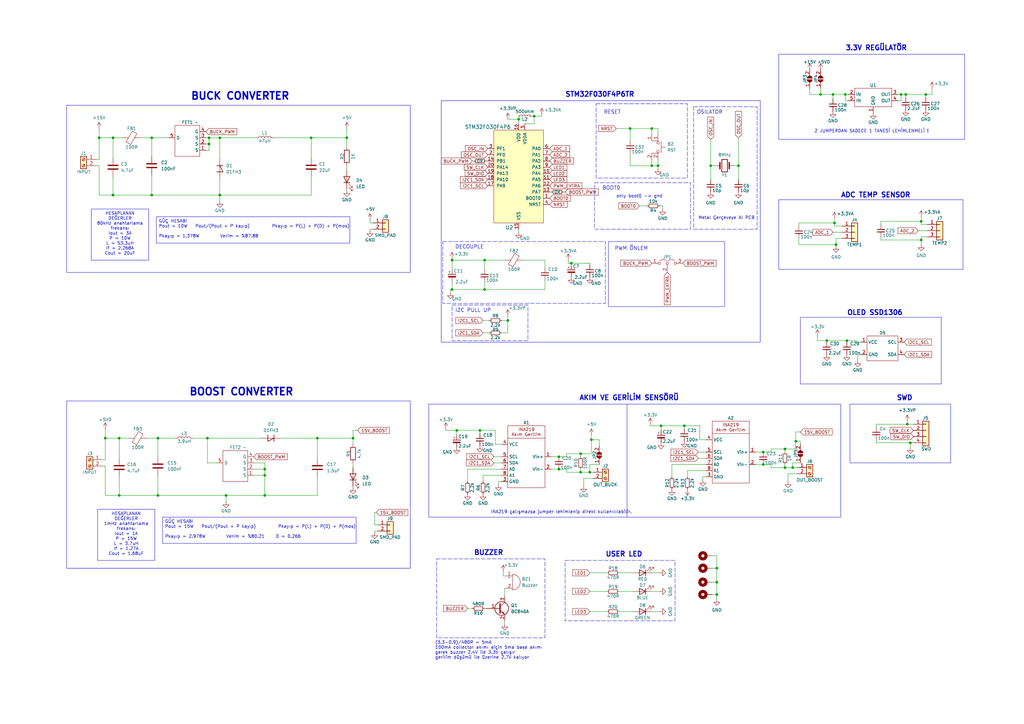
<source format=kicad_sch>
(kicad_sch (version 20230121) (generator eeschema)
  (paper "A3")
  (title_block (title "BUCK BOOST CONVERTER 10W %90") (date "2024-03-14") (rev "V1") (company "MHI DESIGN"))
  (junction (at 336.55 38.735))
  (junction (at 271.145 174.625))
  (junction (at 294.005 238.76))
  (junction (at 269.875 67.945))
  (junction (at 229.235 187.325))
  (junction (at 85.09 179.705))
  (junction (at 142.24 56.515))
  (junction (at 294.005 243.84))
  (junction (at 373.38 181.61))
  (junction (at 187.325 176.53))
  (junction (at 321.945 191.77))
  (junction (at 43.18 179.705))
  (junction (at 64.77 203.2))
  (junction (at 46.355 80.01))
  (junction (at 346.71 38.735))
  (junction (at 369.57 38.735))
  (junction (at 238.125 186.055))
  (junction (at 321.945 184.15))
  (junction (at 40.64 56.515))
  (junction (at 92.71 203.2))
  (junction (at 325.12 191.77))
  (junction (at 258.445 52.705))
  (junction (at 238.125 193.675))
  (junction (at 313.055 190.5))
  (junction (at 127.635 56.515))
  (junction (at 108.585 194.945))
  (junction (at 85.725 56.515))
  (junction (at 90.17 56.515))
  (junction (at 241.935 193.675))
  (junction (at 219.075 47.625))
  (junction (at 229.235 192.405))
  (junction (at 342.265 91.44))
  (junction (at 48.895 179.705))
  (junction (at 313.055 185.42))
  (junction (at 90.17 80.01))
  (junction (at 377.825 90.805))
  (junction (at 242.57 180.34))
  (junction (at 342.9 100.33))
  (junction (at 326.39 180.975))
  (junction (at 185.42 106.68))
  (junction (at 294.005 233.045))
  (junction (at 379.73 38.735))
  (junction (at 198.755 106.68))
  (junction (at 291.465 67.945))
  (junction (at 212.725 48.895))
  (junction (at 377.825 98.425))
  (junction (at 196.85 176.53))
  (junction (at 46.355 56.515))
  (junction (at 371.475 38.735))
  (junction (at 234.315 107.95))
  (junction (at 372.11 173.99))
  (junction (at 64.77 179.705))
  (junction (at 339.09 139.7))
  (junction (at 85.725 59.055))
  (junction (at 108.585 203.2))
  (junction (at 185.42 118.745))
  (junction (at 62.23 56.515))
  (junction (at 267.335 67.945))
  (junction (at 48.895 203.2))
  (junction (at 108.585 192.405))
  (junction (at 198.755 118.745))
  (junction (at 130.175 179.705))
  (junction (at 144.78 179.705))
  (junction (at 267.335 52.705))
  (junction (at 347.345 139.7))
  (junction (at 302.895 67.945))
  (junction (at 62.23 80.01))
  (junction (at 280.67 174.625))
  (junction (at 208.28 131.445))
  (junction (at 341.63 38.735))
  (wire (pts (xy 207.01 106.68) (xy 198.755 106.68)))
  (wire (pts (xy 266.7 173.99) (xy 266.7 174.625)))
  (wire (pts (xy 266.7 174.625) (xy 271.145 174.625)))
  (wire (pts (xy 207.01 244.475) (xy 207.01 241.3)))
  (wire (pts (xy 185.42 118.745) (xy 198.755 118.745)))
  (wire (pts (xy 332.105 38.735) (xy 336.55 38.735)))
  (wire (pts (xy 205.74 131.445) (xy 208.28 131.445)))
  (wire (pts (xy 267.335 65.405) (xy 267.335 67.945)))
  (wire (pts (xy 374.65 173.99) (xy 372.11 173.99)))
  (wire (pts (xy 241.935 242.57) (xy 248.92 242.57)))
  (wire (pts (xy 204.47 197.485) (xy 204.47 198.755)))
  (wire (pts (xy 43.18 175.895) (xy 43.18 179.705)))
  (wire (pts (xy 153.035 93.98) (xy 151.765 93.98)))
  (wire (pts (xy 292.1 238.76) (xy 294.005 238.76)))
  (wire (pts (xy 151.765 93.98) (xy 151.765 94.615)))
  (wire (pts (xy 379.73 40.005) (xy 379.73 38.735)))
  (wire (pts (xy 84.455 56.515) (xy 85.725 56.515)))
  (wire (pts (xy 300.99 67.945) (xy 302.895 67.945)))
  (wire (pts (xy 127.635 56.515) (xy 142.24 56.515)))
  (wire (pts (xy 327.66 100.33) (xy 342.9 100.33)))
  (wire (pts (xy 207.645 236.22) (xy 206.375 236.22)))
  (wire (pts (xy 182.88 176.53) (xy 187.325 176.53)))
  (wire (pts (xy 196.85 176.53) (xy 196.85 177.8)))
  (wire (pts (xy 85.725 56.515) (xy 90.17 56.515)))
  (wire (pts (xy 185.42 106.68) (xy 198.755 106.68)))
  (wire (pts (xy 269.875 67.945) (xy 269.875 69.215)))
  (wire (pts (xy 108.585 189.865) (xy 108.585 192.405)))
  (wire (pts (xy 48.895 195.58) (xy 48.895 203.2)))
  (wire (pts (xy 130.175 195.58) (xy 130.175 203.2)))
  (wire (pts (xy 292.1 233.045) (xy 294.005 233.045)))
  (wire (pts (xy 327.66 91.44) (xy 327.66 92.71)))
  (wire (pts (xy 90.17 73.025) (xy 90.17 80.01)))
  (wire (pts (xy 342.265 89.535) (xy 342.265 91.44)))
  (wire (pts (xy 347.345 139.7) (xy 351.155 139.7)))
  (wire (pts (xy 326.39 180.975) (xy 328.295 180.975)))
  (wire (pts (xy 287.02 174.625) (xy 287.02 180.34)))
  (wire (pts (xy 286.385 185.42) (xy 289.56 185.42)))
  (wire (pts (xy 52.705 179.705) (xy 48.895 179.705)))
  (wire (pts (xy 146.685 176.53) (xy 144.78 176.53)))
  (wire (pts (xy 241.935 193.675) (xy 243.205 193.675)))
  (wire (pts (xy 43.18 191.135) (xy 43.18 203.2)))
  (wire (pts (xy 219.075 50.8) (xy 219.075 47.625)))
  (wire (pts (xy 359.41 173.99) (xy 372.11 173.99)))
  (wire (pts (xy 267.335 52.705) (xy 267.335 55.245)))
  (wire (pts (xy 85.09 179.705) (xy 85.09 189.865)))
  (wire (pts (xy 291.465 57.15) (xy 291.465 67.945)))
  (wire (pts (xy 351.155 140.335) (xy 353.06 140.335)))
  (wire (pts (xy 289.56 195.58) (xy 288.29 195.58)))
  (wire (pts (xy 108.585 194.945) (xy 108.585 203.2)))
  (wire (pts (xy 182.88 175.895) (xy 182.88 176.53)))
  (wire (pts (xy 212.725 47.625) (xy 212.725 48.895)))
  (wire (pts (xy 239.395 196.215) (xy 243.205 196.215)))
  (wire (pts (xy 154.305 210.185) (xy 153.67 210.185)))
  (wire (pts (xy 144.78 200.025) (xy 144.78 199.39)))
  (wire (pts (xy 239.395 196.215) (xy 239.395 199.39)))
  (wire (pts (xy 226.06 192.405) (xy 229.235 192.405)))
  (wire (pts (xy 345.44 92.71) (xy 342.265 92.71)))
  (wire (pts (xy 359.41 180.34) (xy 359.41 181.61)))
  (wire (pts (xy 361.315 98.425) (xy 377.825 98.425)))
  (wire (pts (xy 185.42 106.68) (xy 185.42 106.045)))
  (wire (pts (xy 238.125 193.675) (xy 232.41 193.675)))
  (wire (pts (xy 215.265 50.8) (xy 219.075 50.8)))
  (wire (pts (xy 233.045 106.68) (xy 233.045 107.95)))
  (wire (pts (xy 142.24 78.105) (xy 142.24 77.47)))
  (wire (pts (xy 234.315 107.95) (xy 241.935 107.95)))
  (wire (pts (xy 191.77 249.555) (xy 193.675 249.555)))
  (wire (pts (xy 267.335 234.95) (xy 270.51 234.95)))
  (wire (pts (xy 198.12 131.445) (xy 200.66 131.445)))
  (wire (pts (xy 144.78 176.53) (xy 144.78 179.705)))
  (wire (pts (xy 214.63 106.68) (xy 223.52 106.68)))
  (wire (pts (xy 92.71 205.74) (xy 92.71 203.2)))
  (wire (pts (xy 321.945 191.77) (xy 325.12 191.77)))
  (wire (pts (xy 321.945 184.15) (xy 326.39 184.15)))
  (wire (pts (xy 62.23 80.01) (xy 46.355 80.01)))
  (wire (pts (xy 202.565 187.325) (xy 205.74 187.325)))
  (wire (pts (xy 313.055 190.5) (xy 316.23 190.5)))
  (wire (pts (xy 202.565 189.865) (xy 205.74 189.865)))
  (wire (pts (xy 328.295 182.245) (xy 328.295 180.975)))
  (wire (pts (xy 144.78 189.865) (xy 144.78 191.77)))
  (wire (pts (xy 130.175 179.705) (xy 130.175 187.96)))
  (wire (pts (xy 104.14 194.945) (xy 108.585 194.945)))
  (wire (pts (xy 339.09 139.7) (xy 347.345 139.7)))
  (wire (pts (xy 262.255 84.455) (xy 265.43 84.455)))
  (wire (pts (xy 359.41 181.61) (xy 373.38 181.61)))
  (wire (pts (xy 184.785 120.015) (xy 184.785 118.745)))
  (wire (pts (xy 269.875 52.705) (xy 269.875 55.245)))
  (wire (pts (xy 321.945 184.15) (xy 316.23 184.15)))
  (wire (pts (xy 40.64 56.515) (xy 40.64 65.405)))
  (wire (pts (xy 64.77 179.705) (xy 64.77 187.325)))
  (wire (pts (xy 64.77 179.705) (xy 71.755 179.705)))
  (wire (pts (xy 328.295 189.865) (xy 325.12 189.865)))
  (wire (pts (xy 380.365 97.155) (xy 377.825 97.155)))
  (wire (pts (xy 207.01 241.3) (xy 207.645 241.3)))
  (wire (pts (xy 193.675 66.04) (xy 194.31 66.04)))
  (wire (pts (xy 313.055 185.42) (xy 316.23 185.42)))
  (wire (pts (xy 292.1 243.84) (xy 294.005 243.84)))
  (wire (pts (xy 85.09 179.705) (xy 107.315 179.705)))
  (wire (pts (xy 327.66 91.44) (xy 342.265 91.44)))
  (wire (pts (xy 85.725 61.595) (xy 85.725 59.055)))
  (wire (pts (xy 267.335 242.57) (xy 270.51 242.57)))
  (wire (pts (xy 43.18 179.705) (xy 43.18 188.595)))
  (wire (pts (xy 46.355 56.515) (xy 46.355 64.77)))
  (wire (pts (xy 231.775 78.74) (xy 231.14 78.74)))
  (wire (pts (xy 373.38 181.61) (xy 373.38 183.515)))
  (wire (pts (xy 275.59 190.5) (xy 275.59 195.58)))
  (wire (pts (xy 377.825 97.155) (xy 377.825 98.425)))
  (wire (pts (xy 347.345 139.7) (xy 347.345 140.335)))
  (wire (pts (xy 79.375 179.705) (xy 85.09 179.705)))
  (wire (pts (xy 374.65 181.61) (xy 373.38 181.61)))
  (wire (pts (xy 238.125 186.055) (xy 242.57 186.055)))
  (wire (pts (xy 361.315 92.075) (xy 361.315 90.805)))
  (wire (pts (xy 127.635 56.515) (xy 127.635 64.77)))
  (wire (pts (xy 254 242.57) (xy 259.715 242.57)))
  (wire (pts (xy 258.445 67.945) (xy 267.335 67.945)))
  (wire (pts (xy 323.215 194.31) (xy 327.025 194.31)))
  (wire (pts (xy 377.825 92.075) (xy 380.365 92.075)))
  (wire (pts (xy 185.42 106.68) (xy 185.42 110.49)))
  (wire (pts (xy 361.315 97.155) (xy 361.315 98.425)))
  (wire (pts (xy 335.28 137.795) (xy 335.28 139.7)))
  (wire (pts (xy 142.24 52.705) (xy 142.24 56.515)))
  (wire (pts (xy 92.71 203.2) (xy 64.77 203.2)))
  (wire (pts (xy 43.18 191.135) (xy 41.91 191.135)))
  (wire (pts (xy 294.005 233.045) (xy 294.005 238.76)))
  (wire (pts (xy 39.37 65.405) (xy 40.64 65.405)))
  (wire (pts (xy 341.63 40.64) (xy 341.63 38.735)))
  (wire (pts (xy 222.25 46.99) (xy 222.25 47.625)))
  (wire (pts (xy 142.24 67.945) (xy 142.24 69.85)))
  (wire (pts (xy 258.445 67.945) (xy 258.445 62.865)))
  (wire (pts (xy 368.3 38.735) (xy 369.57 38.735)))
  (wire (pts (xy 271.145 174.625) (xy 280.67 174.625)))
  (wire (pts (xy 332.105 36.195) (xy 332.105 38.735)))
  (wire (pts (xy 199.39 66.04) (xy 200.025 66.04)))
  (wire (pts (xy 64.77 203.2) (xy 48.895 203.2)))
  (wire (pts (xy 203.2 176.53) (xy 203.2 182.245)))
  (wire (pts (xy 361.315 90.805) (xy 377.825 90.805)))
  (wire (pts (xy 238.125 193.675) (xy 241.935 193.675)))
  (wire (pts (xy 153.035 91.44) (xy 151.765 91.44)))
  (wire (pts (xy 316.23 184.15) (xy 316.23 185.42)))
  (wire (pts (xy 359.41 173.99) (xy 359.41 175.26)))
  (wire (pts (xy 369.57 38.735) (xy 371.475 38.735)))
  (wire (pts (xy 154.94 215.265) (xy 153.67 215.265)))
  (wire (pts (xy 280.67 174.625) (xy 280.67 175.895)))
  (wire (pts (xy 64.77 194.945) (xy 64.77 203.2)))
  (wire (pts (xy 206.375 236.22) (xy 206.375 234.315)))
  (wire (pts (xy 144.78 179.705) (xy 130.175 179.705)))
  (wire (pts (xy 287.02 180.34) (xy 289.56 180.34)))
  (wire (pts (xy 212.725 48.895) (xy 212.725 50.8)))
  (wire (pts (xy 271.78 85.725) (xy 271.78 84.455)))
  (wire (pts (xy 233.045 107.95) (xy 234.315 107.95)))
  (wire (pts (xy 40.64 67.945) (xy 39.37 67.945)))
  (wire (pts (xy 62.23 56.515) (xy 69.215 56.515)))
  (wire (pts (xy 258.445 52.705) (xy 258.445 57.785)))
  (wire (pts (xy 241.935 250.825) (xy 248.92 250.825)))
  (wire (pts (xy 336.55 36.195) (xy 336.55 38.735)))
  (wire (pts (xy 325.12 191.77) (xy 327.025 191.77)))
  (wire (pts (xy 208.28 136.525) (xy 205.74 136.525)))
  (wire (pts (xy 245.745 190.5) (xy 241.935 190.5)))
  (wire (pts (xy 241.935 234.95) (xy 248.92 234.95)))
  (wire (pts (xy 372.11 173.99) (xy 372.11 172.72)))
  (wire (pts (xy 335.28 139.7) (xy 339.09 139.7)))
  (wire (pts (xy 271.145 174.625) (xy 271.145 176.53)))
  (wire (pts (xy 294.005 227.965) (xy 294.005 233.045)))
  (wire (pts (xy 238.125 192.405) (xy 238.125 193.675)))
  (wire (pts (xy 269.875 67.945) (xy 267.335 67.945)))
  (wire (pts (xy 90.17 80.01) (xy 62.23 80.01)))
  (wire (pts (xy 289.56 190.5) (xy 275.59 190.5)))
  (wire (pts (xy 289.56 193.04) (xy 281.94 193.04)))
  (wire (pts (xy 208.28 48.895) (xy 212.725 48.895)))
  (wire (pts (xy 48.895 203.2) (xy 43.18 203.2)))
  (wire (pts (xy 112.395 56.515) (xy 127.635 56.515)))
  (wire (pts (xy 198.12 136.525) (xy 200.66 136.525)))
  (wire (pts (xy 342.9 100.33) (xy 342.9 100.965)))
  (wire (pts (xy 198.755 115.57) (xy 198.755 118.745)))
  (wire (pts (xy 341.63 38.735) (xy 346.71 38.735)))
  (wire (pts (xy 88.9 189.865) (xy 85.09 189.865)))
  (wire (pts (xy 104.14 192.405) (xy 108.585 192.405)))
  (wire (pts (xy 205.74 194.945) (xy 198.12 194.945)))
  (wire (pts (xy 258.445 52.705) (xy 267.335 52.705)))
  (wire (pts (xy 104.14 189.865) (xy 108.585 189.865)))
  (wire (pts (xy 222.25 47.625) (xy 219.075 47.625)))
  (wire (pts (xy 351.79 145.415) (xy 351.79 147.955)))
  (wire (pts (xy 205.74 197.485) (xy 204.47 197.485)))
  (wire (pts (xy 187.325 176.53) (xy 187.325 178.435)))
  (wire (pts (xy 382.27 36.195) (xy 382.27 38.735)))
  (wire (pts (xy 84.455 61.595) (xy 85.725 61.595)))
  (wire (pts (xy 291.465 67.945) (xy 291.465 73.66)))
  (wire (pts (xy 207.01 255.905) (xy 207.01 254.635)))
  (wire (pts (xy 223.52 109.855) (xy 223.52 106.68)))
  (wire (pts (xy 108.585 203.2) (xy 92.71 203.2)))
  (wire (pts (xy 226.06 78.74) (xy 225.425 78.74)))
  (wire (pts (xy 198.755 118.745) (xy 223.52 118.745)))
  (wire (pts (xy 226.06 187.325) (xy 229.235 187.325)))
  (wire (pts (xy 376.555 94.615) (xy 380.365 94.615)))
  (wire (pts (xy 208.28 129.54) (xy 208.28 131.445)))
  (wire (pts (xy 339.09 139.7) (xy 339.09 140.335)))
  (wire (pts (xy 229.235 192.405) (xy 232.41 192.405)))
  (wire (pts (xy 153.67 217.805) (xy 153.67 218.44)))
  (wire (pts (xy 254 234.95) (xy 259.715 234.95)))
  (wire (pts (xy 184.785 118.745) (xy 185.42 118.745)))
  (wire (pts (xy 294.005 238.76) (xy 294.005 243.84)))
  (wire (pts (xy 90.17 82.55) (xy 90.17 80.01)))
  (wire (pts (xy 377.825 88.9) (xy 377.825 90.805)))
  (wire (pts (xy 198.755 249.555) (xy 199.39 249.555)))
  (wire (pts (xy 62.23 71.755) (xy 62.23 80.01)))
  (wire (pts (xy 234.315 107.95) (xy 234.315 108.585)))
  (wire (pts (xy 353.06 145.415) (xy 351.79 145.415)))
  (wire (pts (xy 232.41 186.055) (xy 232.41 187.325)))
  (wire (pts (xy 48.895 179.705) (xy 48.895 187.96)))
  (wire (pts (xy 245.745 182.88) (xy 245.745 180.34)))
  (wire (pts (xy 208.28 131.445) (xy 208.28 136.525)))
  (wire (pts (xy 212.725 95.25) (xy 212.725 93.98)))
  (wire (pts (xy 127.635 80.01) (xy 90.17 80.01)))
  (wire (pts (xy 50.165 56.515) (xy 46.355 56.515)))
  (wire (pts (xy 252.73 52.705) (xy 258.445 52.705)))
  (wire (pts (xy 241.935 107.95) (xy 241.935 108.585)))
  (wire (pts (xy 345.44 97.79) (xy 342.9 97.79)))
  (wire (pts (xy 377.825 90.805) (xy 377.825 92.075)))
  (wire (pts (xy 205.74 192.405) (xy 191.77 192.405)))
  (wire (pts (xy 270.51 84.455) (xy 271.78 84.455)))
  (wire (pts (xy 191.77 192.405) (xy 191.77 197.485)))
  (wire (pts (xy 288.29 195.58) (xy 288.29 196.85)))
  (wire (pts (xy 321.945 191.77) (xy 316.23 191.77)))
  (wire (pts (xy 219.075 47.625) (xy 217.805 47.625)))
  (wire (pts (xy 326.39 180.975) (xy 326.39 184.15)))
  (wire (pts (xy 321.945 185.42) (xy 321.945 184.15)))
  (wire (pts (xy 342.9 97.79) (xy 342.9 100.33)))
  (wire (pts (xy 309.88 185.42) (xy 313.055 185.42)))
  (wire (pts (xy 341.63 95.25) (xy 345.44 95.25)))
  (wire (pts (xy 130.175 203.2) (xy 108.585 203.2)))
  (wire (pts (xy 336.55 38.735) (xy 341.63 38.735)))
  (wire (pts (xy 223.52 114.935) (xy 223.52 118.745)))
  (wire (pts (xy 254 250.825) (xy 259.715 250.825)))
  (wire (pts (xy 114.935 179.705) (xy 130.175 179.705)))
  (wire (pts (xy 41.91 188.595) (xy 43.18 188.595)))
  (wire (pts (xy 351.155 139.7) (xy 351.155 140.335)))
  (wire (pts (xy 232.41 193.675) (xy 232.41 192.405)))
  (wire (pts (xy 46.355 80.01) (xy 40.64 80.01)))
  (wire (pts (xy 286.385 187.96) (xy 289.56 187.96)))
  (wire (pts (xy 238.125 187.325) (xy 238.125 186.055)))
  (wire (pts (xy 85.725 59.055) (xy 85.725 56.515)))
  (wire (pts (xy 369.57 38.735) (xy 369.57 41.275)))
  (wire (pts (xy 323.215 194.31) (xy 323.215 197.485)))
  (wire (pts (xy 90.17 65.405) (xy 90.17 56.515)))
  (wire (pts (xy 238.125 186.055) (xy 232.41 186.055)))
  (wire (pts (xy 346.71 38.735) (xy 346.71 41.275)))
  (wire (pts (xy 90.17 56.515) (xy 104.775 56.515)))
  (wire (pts (xy 321.945 190.5) (xy 321.945 191.77)))
  (wire (pts (xy 346.71 38.735) (xy 347.98 38.735)))
  (wire (pts (xy 144.78 182.245) (xy 144.78 179.705)))
  (wire (pts (xy 342.265 91.44) (xy 342.265 92.71)))
  (wire (pts (xy 46.355 72.39) (xy 46.355 80.01)))
  (wire (pts (xy 40.64 52.705) (xy 40.64 56.515)))
  (wire (pts (xy 185.42 115.57) (xy 185.42 118.745)))
  (wire (pts (xy 379.73 38.735) (xy 382.27 38.735)))
  (wire (pts (xy 154.94 217.805) (xy 153.67 217.805)))
  (wire (pts (xy 347.98 41.275) (xy 346.71 41.275)))
  (wire (pts (xy 326.39 177.165) (xy 326.39 180.975)))
  (wire (pts (xy 40.64 67.945) (xy 40.64 80.01)))
  (wire (pts (xy 142.24 56.515) (xy 142.24 60.325)))
  (wire (pts (xy 371.475 38.735) (xy 379.73 38.735)))
  (wire (pts (xy 371.475 38.735) (xy 371.475 40.005)))
  (wire (pts (xy 327.66 97.79) (xy 327.66 100.33)))
  (wire (pts (xy 64.77 179.705) (xy 60.325 179.705)))
  (wire (pts (xy 241.935 190.5) (xy 241.935 193.675)))
  (wire (pts (xy 198.12 194.945) (xy 198.12 197.485)))
  (wire (pts (xy 368.3 41.275) (xy 369.57 41.275)))
  (wire (pts (xy 203.2 182.245) (xy 205.74 182.245)))
  (wire (pts (xy 84.455 59.055) (xy 85.725 59.055)))
  (wire (pts (xy 46.355 56.515) (xy 40.64 56.515)))
  (wire (pts (xy 242.57 180.34) (xy 242.57 178.435)))
  (wire (pts (xy 294.005 243.84) (xy 294.005 245.745)))
  (wire (pts (xy 377.825 98.425) (xy 377.825 100.33)))
  (wire (pts (xy 62.23 56.515) (xy 57.785 56.515)))
  (wire (pts (xy 280.67 174.625) (xy 287.02 174.625)))
  (wire (pts (xy 292.1 227.965) (xy 294.005 227.965)))
  (wire (pts (xy 309.88 190.5) (xy 313.055 190.5)))
  (wire (pts (xy 48.895 179.705) (xy 43.18 179.705)))
  (wire (pts (xy 267.335 250.825) (xy 270.51 250.825)))
  (wire (pts (xy 316.23 191.77) (xy 316.23 190.5)))
  (wire (pts (xy 291.465 67.945) (xy 293.37 67.945)))
  (wire (pts (xy 267.335 52.705) (xy 269.875 52.705)))
  (wire (pts (xy 281.94 193.04) (xy 281.94 195.58)))
  (wire (pts (xy 242.57 186.055) (xy 242.57 180.34)))
  (wire (pts (xy 151.765 90.17) (xy 151.765 91.44)))
  (wire (pts (xy 328.295 177.165) (xy 326.39 177.165)))
  (wire (pts (xy 198.755 106.68) (xy 198.755 110.49)))
  (wire (pts (xy 245.745 180.34) (xy 242.57 180.34)))
  (wire (pts (xy 153.67 210.185) (xy 153.67 215.265)))
  (wire (pts (xy 127.635 72.39) (xy 127.635 80.01)))
  (wire (pts (xy 196.85 176.53) (xy 203.2 176.53)))
  (wire (pts (xy 325.12 189.865) (xy 325.12 191.77)))
  (wire (pts (xy 187.325 176.53) (xy 196.85 176.53)))
  (wire (pts (xy 108.585 192.405) (xy 108.585 194.945)))
  (wire (pts (xy 229.235 187.325) (xy 232.41 187.325)))
  (wire (pts (xy 62.23 56.515) (xy 62.23 64.135)))
  (wire (pts (xy 302.895 56.515) (xy 302.895 67.945)))
  (wire (pts (xy 269.875 65.405) (xy 269.875 67.945)))
  (wire (pts (xy 302.895 67.945) (xy 302.895 73.66)))
  (rectangle (start 243.84 74.93) (end 283.21 93.98) (stroke (width 0) (type dash)))
  (rectangle (start 257.175 165.735) (end 257.175 212.09))
  (rectangle (start 231.775 229.87) (end 276.86 254.635) (stroke (width 0) (type dash)))
  (rectangle (start 181.61 99.06) (end 248.285 124.46) (stroke (width 0) (type dash)))
  (rectangle (start 244.475 42.545) (end 281.94 73.025) (stroke (width 0) (type dash)))
  (rectangle (start 249.555 99.06) (end 297.18 125.73))
  (rectangle (start 319.405 81.915) (end 394.97 110.49))
  (rectangle (start 328.295 130.175) (end 386.08 157.48))
  (rectangle (start 185.42 125.095) (end 216.535 139.7) (stroke (width 0) (type dash)))
  (rectangle (start 319.405 22.225) (end 395.605 57.15))
  (rectangle (start 175.895 165.735) (end 344.805 212.09))
  (rectangle (start 179.07 229.235) (end 223.52 261.62) (stroke (width 0) (type dash)))
  (rectangle (start 284.48 43.815) (end 310.515 93.98) (stroke (width 0) (type dash)))
  (rectangle (start 27.305 43.18) (end 168.275 111.76))
  (rectangle (start 180.975 41.275) (end 311.785 140.335))
  (rectangle (start 348.615 165.735) (end 389.89 189.865))
  (rectangle (start 27.305 164.465) (end 168.275 233.045))
  (text_box "HESAPLANAN DEĞERLER\n1mHz anahtarlama frekansı\nIout = 1A\nP = 15W\nL = 3.7uH\nIf = 1.27A\nCout = 1.68uF\n" (at 40.005 208.915 0) (size 23.495 20.955) (effects (font (size 1.27 1.27)) (justify top)))
  (text_box "GÜÇ HESABI\nPout = 15W	Pout/(Pout + P kayıp)	 Pkayıp = P(L) + P(D) + P(mos)\n\nPkayıp = 2.978W		Verim = %80.21	D = 0.266" (at 66.675 212.09 0) (size 79.375 10.795) (effects (font (size 1.27 1.27)) (justify left top)))
  (text_box "HESAPLANAN DEĞERLER\n80kHz anahtarlama frekansı\nIout = 3A\nP = 10W\nL = 53.3uH\nIf = 2.268A\nCout = 20uF\n" (at 37.465 85.725 0) (size 23.495 20.955) (effects (font (size 1.27 1.27)) (justify top)))
  (text_box "GÜÇ HESABI\nPout = 10W	Pout/(Pout + P kayıp)	 Pkayıp = P(L) + P(D) + P(mos)\n\nPkayıp = 1.378W		Verim = %87.88" (at 64.135 88.9 0) (size 79.375 10.795) (effects (font (size 1.27 1.27)) (justify left top)))
  (text "SWD" (at 367.665 164.465 0) (effects (font (size 2 2) (thickness 0.4) bold) (justify left bottom)))
  (text "AKIM VE GERİLİM SENSÖRÜ" (at 237.49 164.465 0) (effects (font (size 2 2) (thickness 0.4) bold) (justify left bottom)))
  (text "ADC TEMP SENSOR" (at 344.805 81.28 0) (effects (font (size 2 2) (thickness 0.4) bold) (justify left bottom)))
  (text "BOOT0" (at 247.015 78.105 0) (effects (font (size 1.5 1.5)) (justify left bottom)))
  (text "BUCK CONVERTER" (at 78.105 41.275 0) (effects (font (size 3 3) (thickness 0.6) bold) (justify left bottom)))
  (text "OLED SSD1306" (at 347.345 129.54 0) (effects (font (size 2 2) (thickness 0.4) bold) (justify left bottom)))
  (text "STM32F030F4P6TR" (at 231.775 40.005 0) (effects (font (size 2 2) (thickness 0.4) bold) (justify left bottom)))
  (text "PWM ÖNLEM" (at 252.095 102.87 0) (effects (font (size 1.5 1.5)) (justify left bottom)))
  (text "I2C PULL UP" (at 186.69 128.27 0) (effects (font (size 1.5 1.5)) (justify left bottom)))
  (text "USER LED" (at 248.285 228.6 0) (effects (font (size 2 2) (thickness 0.4) bold) (justify left bottom)))
  (text "DECOUPLE" (at 186.69 102.235 0) (effects (font (size 1.5 1.5)) (justify left bottom)))
  (text "Metal Çerçeveye Al PCB" (at 286.385 90.17 0) (effects (font (size 1.27 1.27)) (justify left bottom)))
  (text "only boot0 -> gnd" (at 252.73 81.28 0) (effects (font (size 1.27 1.27)) (justify left bottom)))
  (text "INA219 çalışmazsa jumper lehimlenip direkt kullanılılabilir." (at 201.295 210.82 0) (effects (font (size 1.27 1.27)) (justify left bottom)))
  (text "2 JUMPERDAN SADECE 1 TANESİ LEHİMLENMELİ !" (at 334.01 54.61 0) (effects (font (size 1.27 1.27)) (justify left bottom)))
  (text "3.3V REGÜLATÖR" (at 346.71 20.955 0) (effects (font (size 2 2) (thickness 0.4) bold) (justify left bottom)))
  (text "RESET" (at 247.65 46.99 0) (effects (font (size 1.5 1.5)) (justify left bottom)))
  (text "BUZZER" (at 194.31 227.965 0) (effects (font (size 2 2) (thickness 0.4) bold) (justify left bottom)))
  (text "BOOST CONVERTER" (at 77.47 162.56 0) (effects (font (size 3 3) (thickness 0.6) bold) (justify left bottom)))
  (text "OSILATOR" (at 285.75 46.99 0) (effects (font (size 1.5 1.5)) (justify left bottom)))
  (text "(3.3-0.9)/480R = 5mA\n100mA collector akımı aiçin 5ma base akımı\ngerek buzzer 2.4V ile 3.3V çalışır\ngerilim düşümü ile üzerine 2.7V kalıyor" (at 178.435 270.51 0) (effects (font (size 1.27 1.27)) (justify left bottom)))
  (global_label "OSC_IN" (shape input) (at 200.025 60.96 180) (property "Intersheetrefs" "${INTERSHEET_REFS}" (effects hide)))
  (global_label "LED3" (shape input) (at 225.425 73.66 0) (property "Intersheetrefs" "${INTERSHEET_REFS}" (effects hide)))
  (global_label "I2C1_SDA" (shape input) (at 200.025 73.66 180) (property "Intersheetrefs" "${INTERSHEET_REFS}" (effects hide)))
  (global_label "LED1" (shape input) (at 241.935 234.95 180) (property "Intersheetrefs" "${INTERSHEET_REFS}" (effects hide)))
  (global_label "BUCK_PWM" (shape input) (at 193.675 66.04 180) (property "Intersheetrefs" "${INTERSHEET_REFS}" (effects hide)))
  (global_label "OSC_OUT" (shape input) (at 302.895 56.515 90) (property "Intersheetrefs" "${INTERSHEET_REFS}" (effects hide)))
  (global_label "15V_BOOST" (shape input) (at 328.295 177.165 0) (property "Intersheetrefs" "${INTERSHEET_REFS}" (effects hide)))
  (global_label "ADC_2" (shape input) (at 376.555 94.615 180) (property "Intersheetrefs" "${INTERSHEET_REFS}" (effects hide)))
  (global_label "ADC_1" (shape input) (at 225.425 60.96 0) (property "Intersheetrefs" "${INTERSHEET_REFS}" (effects hide)))
  (global_label "BOOT0" (shape input) (at 225.425 81.28 0) (property "Intersheetrefs" "${INTERSHEET_REFS}" (effects hide)))
  (global_label "I2C1_SDA" (shape input) (at 286.385 187.96 180) (property "Intersheetrefs" "${INTERSHEET_REFS}" (effects hide)))
  (global_label "SW_CLK" (shape input) (at 200.025 68.58 180) (property "Intersheetrefs" "${INTERSHEET_REFS}" (effects hide)))
  (global_label "I2C1_SCL" (shape input) (at 370.84 140.335 0) (property "Intersheetrefs" "${INTERSHEET_REFS}" (effects hide)))
  (global_label "LED2" (shape input) (at 241.935 242.57 180) (property "Intersheetrefs" "${INTERSHEET_REFS}" (effects hide)))
  (global_label "I2C1_SDA" (shape input) (at 202.565 189.865 180) (property "Intersheetrefs" "${INTERSHEET_REFS}" (effects hide)))
  (global_label "PWM_EXTRA" (shape input) (at 225.425 76.2 0) (property "Intersheetrefs" "${INTERSHEET_REFS}" (effects hide)))
  (global_label "15V_BOOST" (shape input) (at 146.685 176.53 0) (property "Intersheetrefs" "${INTERSHEET_REFS}" (effects hide)))
  (global_label "BOOST_PWM" (shape input) (at 104.14 187.325 0) (property "Intersheetrefs" "${INTERSHEET_REFS}" (effects hide)))
  (global_label "OSC_IN" (shape input) (at 291.465 57.15 90) (property "Intersheetrefs" "${INTERSHEET_REFS}" (effects hide)))
  (global_label "LED2" (shape input) (at 225.425 71.12 0) (property "Intersheetrefs" "${INTERSHEET_REFS}" (effects hide)))
  (global_label "LED1" (shape input) (at 225.425 68.58 0) (property "Intersheetrefs" "${INTERSHEET_REFS}" (effects hide)))
  (global_label "ADC_1" (shape input) (at 341.63 95.25 180) (property "Intersheetrefs" "${INTERSHEET_REFS}" (effects hide)))
  (global_label "ADC_2" (shape input) (at 225.425 63.5 0) (property "Intersheetrefs" "${INTERSHEET_REFS}" (effects hide)))
  (global_label "I2C1_SDA" (shape input) (at 370.84 145.415 0) (property "Intersheetrefs" "${INTERSHEET_REFS}" (effects hide)))
  (global_label "BOOST_PWM" (shape input) (at 280.035 107.95 0) (property "Intersheetrefs" "${INTERSHEET_REFS}" (effects hide)))
  (global_label "I2C1_SCL" (shape input) (at 202.565 187.325 180) (property "Intersheetrefs" "${INTERSHEET_REFS}" (effects hide)))
  (global_label "I2C1_SDA" (shape input) (at 198.12 136.525 180) (property "Intersheetrefs" "${INTERSHEET_REFS}" (effects hide)))
  (global_label "NRST" (shape input) (at 225.425 83.82 0) (property "Intersheetrefs" "${INTERSHEET_REFS}" (effects hide)))
  (global_label "BOOT0" (shape input) (at 262.255 84.455 180) (property "Intersheetrefs" "${INTERSHEET_REFS}" (effects hide)))
  (global_label "PWM_EXTRA" (shape input) (at 273.685 111.76 270) (property "Intersheetrefs" "${INTERSHEET_REFS}" (effects hide)))
  (global_label "SW_DIO" (shape input) (at 374.65 179.07 180) (property "Intersheetrefs" "${INTERSHEET_REFS}" (effects hide)))
  (global_label "BUCK_PWM" (shape input) (at 267.335 107.95 180) (property "Intersheetrefs" "${INTERSHEET_REFS}" (effects hide)))
  (global_label "SW_CLK" (shape input) (at 374.65 176.53 180) (property "Intersheetrefs" "${INTERSHEET_REFS}" (effects hide)))
  (global_label "BUZZER" (shape input) (at 191.77 249.555 180) (property "Intersheetrefs" "${INTERSHEET_REFS}" (effects hide)))
  (global_label "LED3" (shape input) (at 241.935 250.825 180) (property "Intersheetrefs" "${INTERSHEET_REFS}" (effects hide)))
  (global_label "I2C1_SCL" (shape input) (at 286.385 185.42 180) (property "Intersheetrefs" "${INTERSHEET_REFS}" (effects hide)))
  (global_label "15V_BOOST" (shape input) (at 154.305 210.185 0) (property "Intersheetrefs" "${INTERSHEET_REFS}" (effects hide)))
  (global_label "NRST" (shape input) (at 252.73 52.705 180) (property "Intersheetrefs" "${INTERSHEET_REFS}" (effects hide)))
  (global_label "BOOST_PWM" (shape input) (at 231.775 78.74 0) (property "Intersheetrefs" "${INTERSHEET_REFS}" (effects hide)))
  (global_label "BUCK_PWM" (shape input) (at 84.455 53.975 0) (property "Intersheetrefs" "${INTERSHEET_REFS}" (effects hide)))
  (global_label "SW_DIO" (shape input) (at 200.025 71.12 180) (property "Intersheetrefs" "${INTERSHEET_REFS}" (effects hide)))
  (global_label "I2C1_SCL" (shape input) (at 198.12 131.445 180) (property "Intersheetrefs" "${INTERSHEET_REFS}" (effects hide)))
  (global_label "BUZZER" (shape input) (at 225.425 66.04 0) (property "Intersheetrefs" "${INTERSHEET_REFS}" (effects hide)))
  (global_label "OSC_OUT" (shape input) (at 200.025 63.5 180) (property "Intersheetrefs" "${INTERSHEET_REFS}" (effects hide)))
  (global_label "I2C1_SCL" (shape input) (at 200.025 76.2 180) (property "Intersheetrefs" "${INTERSHEET_REFS}" (effects hide)))
  (symbol (lib_id "power:+5V") (at 242.57 178.435 0) (unit 1)
    (property "Reference" "#PWR030" (effects hide))
    (property "Value" "+5V" (at 242.57 173.99 0))
  )
  (symbol (lib_id "MHI_SENSORLER:INA219") (at 292.1 172.72 0) (unit 1)
    (property "Reference" "A2" (at 299.72 171.45 0))
    (property "Value" "INA219" (effects hide))
    (property "Footprint" "Package_TO_SOT_SMD:SOT-23-8" (effects hide))
    (property "Link" "https://www.ozdisan.com/entegre-devreler-ics/guc-entegreleri/akim-yonetimi-entegreleri/INA219AIDCNR" (effects hide))
  )
  (symbol (lib_id "power:GND") (at 377.825 100.33 0) (unit 1)
    (property "Reference" "#PWR043" (effects hide))
    (property "Value" "GND" (at 377.825 104.775 0))
  )
  (symbol (lib_id "Device:LED") (at 263.525 250.825 180) (unit 1)
    (property "Reference" "D8" (at 263.525 248.285 0))
    (property "Value" "GREEN" (at 263.525 253.365 0))
    (property "Footprint" "LED_SMD:LED_0805_2012Metric" (effects hide))
  )
  (symbol (lib_id "Device:C_Small") (at 198.755 113.03 0) (unit 1)
    (property "Reference" "C13" (at 200.66 113.03 0) (effects (justify left)))
    (property "Value" "100n" (at 199.39 114.935 0) (effects (justify left)))
    (property "Footprint" "Capacitor_SMD:C_0805_2012Metric" (effects hide))
    (property "Link" "https://ozdisan.com/pasif-komponentler/kapasitorler/smt-smd-ve-mlcc-kapasitorler/MCF05KTB500104/1057171" (effects hide))
  )
  (symbol (lib_id "power:GND") (at 142.24 78.105 0) (unit 1)
    (property "Reference" "#PWR08" (effects hide))
    (property "Value" "GND" (at 142.24 81.915 0))
  )
  (symbol (lib_id "power:GND") (at 207.01 255.905 0) (unit 1)
    (property "Reference" "#PWR019" (effects hide))
    (property "Value" "GND" (at 207.01 259.715 0))
  )
  (symbol (lib_id "Device:R_Small") (at 321.945 187.96 0) (unit 1)
    (property "Reference" "R11" (at 320.04 187.96 90))
    (property "Value" "1R" (at 323.85 187.96 90))
    (property "Footprint" "Resistor_SMD:R_2512_6332Metric_Pad1.40x3.35mm_HandSolder" (effects hide))
    (property "Link" "https://www.ozdisan.com/pasif-komponentler/direncler/smt-smd-ve-cip-direncler/RC2512JK-071RL/572045" (effects hide))
  )
  (symbol (lib_id "Connector_Generic:Conn_01x03") (at 385.445 94.615 0) (unit 1)
    (property "Reference" "J7" (at 384.175 89.535 0) (effects (justify left)))
    (property "Value" "TEMP2" (at 382.27 99.695 0) (effects (justify left)))
    (property "Footprint" "Connector_JST:JST_EH_B3B-EH-A_1x03_P2.50mm_Vertical" (effects hide))
  )
  (symbol (lib_id "Device:R_Small") (at 251.46 250.825 90) (unit 1)
    (property "Reference" "R20" (at 251.46 248.92 90))
    (property "Value" "470R" (at 251.46 252.73 90))
    (property "Footprint" "Resistor_SMD:R_0805_2012Metric" (effects hide))
  )
  (symbol (lib_id "power:+3.3V") (at 185.42 106.045 0) (unit 1)
    (property "Reference" "#PWR021" (effects hide))
    (property "Value" "+3.3V" (at 189.23 104.14 0))
  )
  (symbol (lib_id "Device:L") (at 108.585 56.515 90) (unit 1)
    (property "Reference" "L1" (at 108.585 54.61 90))
    (property "Value" "47uH" (at 108.585 57.785 90))
    (property "Footprint" "Inductor_SMD:L_AVX_LMLP07A7" (effects hide))
    (property "link" "https://ozdisan.com/pasif-komponentler/induktorler/sabit-induktorler/SMPI06050-470M/532735" (effects hide))
  )
  (symbol (lib_id "power:+3.3V") (at 281.94 200.66 180) (unit 1)
    (property "Reference" "#PWR039" (effects hide))
    (property "Value" "+3.3V" (at 281.94 204.47 0))
  )
  (symbol (lib_id "Device:C") (at 62.23 67.945 0) (unit 1)
    (property "Reference" "C2" (at 66.04 66.675 0) (effects (justify left)))
    (property "Value" "100nF" (at 66.04 69.215 0) (effects (justify left)))
    (property "Footprint" "Capacitor_SMD:C_0805_2012Metric" (effects hide))
  )
  (symbol (lib_id "power:+3.3VA") (at 233.045 106.68 0) (unit 1)
    (property "Reference" "#PWR024" (effects hide))
    (property "Value" "+3.3VA" (at 233.045 102.87 0))
  )
  (symbol (lib_id "power:+3.3VA") (at 342.265 89.535 0) (unit 1)
    (property "Reference" "#PWR035" (effects hide))
    (property "Value" "+3.3VA" (at 346.71 87.63 0))
  )
  (symbol (lib_id "Connector:Screw_Terminal_01x02") (at 248.285 193.675 0) (unit 1)
    (property "Reference" "J2" (at 248.285 191.135 0))
    (property "Value" "OUT_BUCK" (at 248.285 198.755 0))
    (property "Footprint" "Connector_Phoenix_MC:PhoenixContact_MCV_1,5_2-G-3.5_1x02_P3.50mm_Vertical" (effects hide))
  )
  (symbol (lib_id "Device:FerriteBead") (at 56.515 179.705 90) (unit 1)
    (property "Reference" "FB3" (at 56.515 175.895 90))
    (property "Value" "100R" (at 56.515 183.515 90))
    (property "Footprint" "Resistor_SMD:R_1206_3216Metric_Pad1.30x1.75mm_HandSolder" (effects hide))
    (property "link" "https://ozdisan.com/pasif-komponentler/induktorler/bead-feritler/BLM31PG121SN1L/465714" (effects hide))
  )
  (symbol (lib_id "Mechanical:MountingHole_Pad") (at 289.56 227.965 90) (unit 1)
    (property "Reference" "He4" (effects hide))
    (property "Value" "MountingHole_Pad" (effects hide))
    (property "Footprint" "MountingHole:MountingHole_3mm_Pad_Via" (effects hide))
  )
  (symbol (lib_id "Mechanical:MountingHole_Pad") (at 289.56 238.76 90) (unit 1)
    (property "Reference" "He2" (effects hide))
    (property "Value" "MountingHole_Pad" (effects hide))
    (property "Footprint" "MountingHole:MountingHole_3mm_Pad_Via" (effects hide))
  )
  (symbol (lib_id "Device:C_Small") (at 379.73 42.545 0) (unit 1)
    (property "Reference" "C27" (at 381.635 42.545 0) (effects (justify left)))
    (property "Value" "100n" (at 380.365 44.45 0) (effects (justify left)))
    (property "Footprint" "Capacitor_SMD:C_0805_2012Metric" (effects hide))
    (property "Link" "https://ozdisan.com/pasif-komponentler/kapasitorler/smt-smd-ve-mlcc-kapasitorler/MCF05KTB500104/1057171" (effects hide))
  )
  (symbol (lib_id "power:GND") (at 339.09 145.415 0) (unit 1)
    (property "Reference" "#PWR045" (effects hide))
    (property "Value" "GND" (at 339.09 149.225 0))
  )
  (symbol (lib_id "MHI_MOSFET:SIRA12DP") (at 101.6 184.785 0) (mirror y) (unit 1)
    (property "Reference" "FET2" (at 96.52 183.515 0))
    (property "Value" "~" (at 100.33 183.515 0))
    (property "Footprint" "Package_SO:Vishay_PowerPAK_1212-8_Single" (effects hide))
  )
  (symbol (lib_id "Jumper:Jumper_3_Open") (at 273.685 107.95 0) (unit 1)
    (property "Reference" "JP1" (at 273.685 105.41 0))
    (property "Value" "Jumper_3_Open" (effects hide))
    (property "Footprint" "Jumper:SolderJumper-3_P1.3mm_Open_RoundedPad1.0x1.5mm_NumberLabels" (effects hide))
  )
  (symbol (lib_id "power:GND") (at 241.935 113.665 0) (unit 1)
    (property "Reference" "#PWR026" (effects hide))
    (property "Value" "GND" (at 244.475 116.205 0))
  )
  (symbol (lib_id "power:+3.3VP") (at 372.11 172.72 0) (unit 1)
    (property "Reference" "#PWR018" (effects hide))
    (property "Value" "+3.3VP" (at 372.11 168.275 0))
  )
  (symbol (lib_id "power:+3.3V") (at 266.7 173.99 0) (unit 1)
    (property "Reference" "#PWR032" (effects hide))
    (property "Value" "+3.3V" (at 266.7 170.18 0))
  )
  (symbol (lib_id "power:GND") (at 191.77 202.565 0) (unit 1)
    (property "Reference" "#PWR022" (effects hide))
    (property "Value" "GND" (at 191.77 206.375 0))
  )
  (symbol (lib_id "Device:Buzzer") (at 210.185 238.76 0) (unit 1)
    (property "Reference" "BZ1" (at 213.995 237.49 0) (effects (justify left)))
    (property "Value" "Buzzer" (at 213.995 240.03 0) (effects (justify left)))
    (property "Footprint" "Buzzer_Beeper:Buzzer_12x9.5RM7.6" (effects hide))
    (property "Link" "https://www.ozdisan.com/elektromekanik-komponentler/ses-urunleri/buzzerlar/YX-YT12075-YT03D/483098" (effects hide))
  )
  (symbol (lib_id "Device:C_Small") (at 347.345 142.875 0) (unit 1)
    (property "Reference" "C29" (at 348.615 140.97 0) (effects (justify left)))
    (property "Value" "100n" (at 347.98 144.78 0) (effects (justify left)))
    (property "Footprint" "Capacitor_SMD:C_0805_2012Metric" (effects hide))
    (property "Link" "https://ozdisan.com/pasif-komponentler/kapasitorler/smt-smd-ve-mlcc-kapasitorler/MCF05KTB500104/1057171" (effects hide))
  )
  (symbol (lib_id "Device:R_Small") (at 228.6 78.74 270) (unit 1)
    (property "Reference" "R3" (effects hide))
    (property "Value" "0R" (at 228.6 78.74 90))
    (property "Footprint" "Resistor_SMD:R_0805_2012Metric" (effects hide))
    (property "Link" "https://ozdisan.com/pasif-komponentler/direncler/smt-smd-ve-cip-direncler/0805S8J0103T5E/28433" (effects hide))
  )
  (symbol (lib_id "power:+15V") (at 40.64 52.705 0) (unit 1)
    (property "Reference" "#PWR02" (effects hide))
    (property "Value" "+15V" (at 40.64 48.26 0))
  )
  (symbol (lib_id "power:+3.3VP") (at 208.28 48.895 0) (unit 1)
    (property "Reference" "#PWR06" (effects hide))
    (property "Value" "+3.3VP" (at 208.28 44.45 0))
  )
  (symbol (lib_id "power:+3.3VP") (at 208.28 129.54 0) (unit 1)
    (property "Reference" "#PWR010" (effects hide))
    (property "Value" "+3.3VP" (at 212.09 126.365 0))
  )
  (symbol (lib_id "power:GND") (at 358.14 46.355 0) (unit 1)
    (property "Reference" "#PWR040" (effects hide))
    (property "Value" "GND" (at 358.14 50.165 0))
  )
  (symbol (lib_id "power:+3.3V") (at 182.88 175.895 0) (unit 1)
    (property "Reference" "#PWR07" (effects hide))
    (property "Value" "+3.3V" (at 182.88 172.085 0))
  )
  (symbol (lib_id "power:GND") (at 291.465 78.74 0) (unit 1)
    (property "Reference" "#PWR011" (effects hide))
    (property "Value" "GND" (at 291.465 83.185 0))
  )
  (symbol (lib_id "Device:C_Small") (at 223.52 112.395 0) (unit 1)
    (property "Reference" "C10" (at 224.79 110.49 0) (effects (justify left)))
    (property "Value" "100n" (at 224.155 114.3 0) (effects (justify left)))
    (property "Footprint" "Capacitor_SMD:C_0805_2012Metric" (effects hide))
    (property "Link" "https://ozdisan.com/pasif-komponentler/kapasitorler/smt-smd-ve-mlcc-kapasitorler/MCF05KTB500104/1057171" (effects hide))
  )
  (symbol (lib_id "Device:FerriteBead") (at 53.975 56.515 90) (unit 1)
    (property "Reference" "FB1" (at 53.975 52.705 90))
    (property "Value" "100R" (at 53.975 60.325 90))
    (property "Footprint" "Resistor_SMD:R_1206_3216Metric_Pad1.30x1.75mm_HandSolder" (effects hide))
    (property "link" "https://ozdisan.com/pasif-komponentler/induktorler/bead-feritler/BLM31PG121SN1L/465714" (effects hide))
  )
  (symbol (lib_id "MHI_MOSFET:SIRA12DP") (at 81.915 51.435 0) (mirror y) (unit 1)
    (property "Reference" "FET1" (at 76.835 50.165 0))
    (property "Value" "~" (at 80.645 50.165 0))
    (property "Footprint" "Package_SO:Vishay_PowerPAK_1212-8_Single" (effects hide))
  )
  (symbol (lib_id "Connector_Generic:Conn_01x03") (at 350.52 95.25 0) (unit 1)
    (property "Reference" "J4" (at 349.25 90.17 0) (effects (justify left)))
    (property "Value" "TEMP1" (at 347.345 100.33 0) (effects (justify left)))
    (property "Footprint" "Connector_JST:JST_EH_B3B-EH-A_1x03_P2.50mm_Vertical" (effects hide))
  )
  (symbol (lib_id "power:GND") (at 341.63 45.72 0) (unit 1)
    (property "Reference" "#PWR053" (effects hide))
    (property "Value" "GND" (at 341.63 49.53 0))
  )
  (symbol (lib_id "power:GND") (at 294.005 245.745 0) (unit 1)
    (property "Reference" "#PWR059" (effects hide))
    (property "Value" "GND" (at 294.005 250.19 0))
  )
  (symbol (lib_id "power:+5V") (at 151.765 90.17 0) (unit 1)
    (property "Reference" "#PWR055" (effects hide))
    (property "Value" "+5V" (at 151.765 85.725 0))
  )
  (symbol (lib_id "Connector:Screw_Terminal_01x02") (at 34.29 65.405 0) (mirror y) (unit 1)
    (property "Reference" "J1" (at 34.29 62.865 0))
    (property "Value" "INPUT" (at 34.29 70.485 0))
    (property "Footprint" "Connector_Phoenix_MC:PhoenixContact_MCV_1,5_2-G-3.5_1x02_P3.50mm_Vertical" (effects hide))
  )
  (symbol (lib_id "power:+3.3V") (at 382.27 36.195 0) (unit 1)
    (property "Reference" "#PWR052" (effects hide))
    (property "Value" "+3.3V" (at 386.08 34.29 0))
  )
  (symbol (lib_id "Device:R") (at 144.78 186.055 180) (unit 1)
    (property "Reference" "R5" (at 142.875 186.055 90))
    (property "Value" "4.7k" (at 147.32 186.055 90))
    (property "Footprint" "Resistor_SMD:R_0805_2012Metric" (effects hide))
  )
  (symbol (lib_id "power:GND") (at 184.785 120.015 0) (unit 1)
    (property "Reference" "#PWR029" (effects hide))
    (property "Value" "GND" (at 187.325 122.555 0))
  )
  (symbol (lib_id "power:GND") (at 196.85 182.88 0) (unit 1)
    (property "Reference" "#PWR028" (effects hide))
    (property "Value" "GND" (at 200.025 184.785 0))
  )
  (symbol (lib_id "Connector:Screw_Terminal_01x02") (at 332.105 191.77 0) (unit 1)
    (property "Reference" "J6" (at 332.105 189.23 0))
    (property "Value" "OUT_BOOST" (at 332.105 196.85 0))
    (property "Footprint" "Connector_Phoenix_MC:PhoenixContact_MCV_1,5_2-G-3.5_1x02_P3.50mm_Vertical" (effects hide))
  )
  (symbol (lib_id "power:GND") (at 92.71 205.74 0) (unit 1)
    (property "Reference" "#PWR013" (effects hide))
    (property "Value" "GND" (at 92.71 209.55 0))
  )
  (symbol (lib_id "power:GND") (at 371.475 45.085 0) (unit 1)
    (property "Reference" "#PWR048" (effects hide))
    (property "Value" "GND" (at 371.475 48.895 0))
  )
  (symbol (lib_id "Jumper:SolderJumper_2_Open") (at 336.55 32.385 90) (unit 1)
    (property "Reference" "JP4" (at 334.645 32.385 0))
    (property "Value" "SolderJumper_2_Open" (effects hide))
    (property "Footprint" "Jumper:SolderJumper-2_P1.3mm_Open_RoundedPad1.0x1.5mm" (effects hide))
  )
  (symbol (lib_id "power:GND") (at 198.12 202.565 0) (unit 1)
    (property "Reference" "#PWR017" (effects hide))
    (property "Value" "GND" (at 198.12 206.375 0))
  )
  (symbol (lib_id "Device:C") (at 64.77 191.135 0) (unit 1)
    (property "Reference" "C15" (at 68.58 189.865 0) (effects (justify left)))
    (property "Value" "100nF" (at 68.58 192.405 0) (effects (justify left)))
    (property "Footprint" "Resistor_SMD:R_0805_2012Metric" (effects hide))
  )
  (symbol (lib_id "Device:C_Small") (at 341.63 43.18 0) (unit 1)
    (property "Reference" "C28" (at 343.535 43.18 0) (effects (justify left)))
    (property "Value" "100n" (at 342.265 45.085 0) (effects (justify left)))
    (property "Footprint" "Capacitor_SMD:C_0805_2012Metric" (effects hide))
    (property "Link" "https://ozdisan.com/pasif-komponentler/kapasitorler/smt-smd-ve-mlcc-kapasitorler/MCF05KTB500104/1057171" (effects hide))
  )
  (symbol (lib_id "Device:C_Polarized_Small") (at 271.145 179.07 0) (unit 1)
    (property "Reference" "C22" (at 271.78 177.165 0) (effects (justify left)))
    (property "Value" "2.2uF" (at 271.78 180.975 0) (effects (justify left)))
    (property "Footprint" "Capacitor_Tantalum_SMD:CP_EIA-3216-18_Kemet-A" (effects hide))
  )
  (symbol (lib_id "power:+5VD") (at 336.55 28.575 0) (unit 1)
    (property "Reference" "#PWR050" (effects hide))
    (property "Value" "+5VD" (at 337.82 25.4 0))
  )
  (symbol (lib_id "Device:D_Shockley") (at 111.125 179.705 180) (unit 1)
    (property "Reference" "D2" (at 111.125 173.99 0))
    (property "Value" "D1FH3" (at 111.125 176.53 0))
    (property "Footprint" "Diode_SMD:D_SMA_Handsoldering" (effects hide))
  )
  (symbol (lib_id "power:GND") (at 239.395 199.39 0) (unit 1)
    (property "Reference" "#PWR031" (effects hide))
    (property "Value" "GND" (at 239.395 203.2 0))
  )
  (symbol (lib_id "Device:Crystal") (at 297.18 67.945 0) (unit 1)
    (property "Reference" "Y1" (at 297.18 71.755 0))
    (property "Value" "8MHz" (at 297.18 63.5 0))
    (property "Footprint" "Crystal:Crystal_SMD_5032-2Pin_5.0x3.2mm" (effects hide))
    (property "link" "https://www.direnc.net/16000mhz-5032-smd-kristal" (effects hide))
  )
  (symbol (lib_id "Mechanical:MountingHole_Pad") (at 289.56 243.84 90) (unit 1)
    (property "Reference" "He3" (effects hide))
    (property "Value" "MountingHole_Pad" (effects hide))
    (property "Footprint" "MountingHole:MountingHole_3mm_Pad_Via" (effects hide))
  )
  (symbol (lib_id "power:GND") (at 90.17 82.55 0) (unit 1)
    (property "Reference" "#PWR03" (effects hide))
    (property "Value" "GND" (at 90.17 86.36 0))
  )
  (symbol (lib_id "Device:C") (at 127.635 68.58 0) (unit 1)
    (property "Reference" "C1" (at 130.81 67.31 0) (effects (justify left)))
    (property "Value" "22uF" (at 130.81 69.85 0) (effects (justify left)))
    (property "Footprint" "Capacitor_Tantalum_SMD:CP_EIA-3528-21_Kemet-B" (effects hide))
  )
  (symbol (lib_id "power:GND") (at 379.73 45.085 0) (unit 1)
    (property "Reference" "#PWR049" (effects hide))
    (property "Value" "GND" (at 379.73 48.895 0))
  )
  (symbol (lib_id "dk_Embedded-Microcontrollers:STM32F030F4P6") (at 215.265 63.5 0) (mirror y) (unit 1)
    (property "Reference" "U2" (at 210.5309 93.345 0) (effects (font (size 1.524 1.524)) (justify left)))
    (property "Value" "STM32F030F4P6" (at 209.55 52.07 0) (effects (font (size 1.524 1.524)) (justify left)))
    (property "Footprint" "digikey-footprints:TSSOP-20_W4.4mm" (effects hide))
    (property "Datasheet" "http://www.st.com/content/ccc/resource/technical/document/datasheet/a4/5d/0b/0e/87/c4/4d/71/DM00088500.pdf/files/DM00088500.pdf/jcr:content/translations/en.DM00088500.pdf" (effects hide))
    (property "Digi-Key_PN" "497-14044-5-ND" (effects hide))
    (property "MPN" "STM32F030F4P6" (effects hide))
    (property "Category" "Integrated Circuits (ICs)" (effects hide))
    (property "Family" "Embedded - Microcontrollers" (effects hide))
    (property "DK_Datasheet_Link" "http://www.st.com/content/ccc/resource/technical/document/datasheet/a4/5d/0b/0e/87/c4/4d/71/DM00088500.pdf/files/DM00088500.pdf/jcr:content/translations/en.DM00088500.pdf" (effects hide))
    (property "DK_Detail_Page" "/product-detail/en/stmicroelectronics/STM32F030F4P6/497-14044-5-ND/4357517" (effects hide))
    (property "Description" "IC MCU 32BIT 16KB FLASH 20TSSOP" (effects hide))
    (property "Manufacturer" "STMicroelectronics" (effects hide))
    (property "Status" "Active" (effects hide))
  )
  (symbol (lib_id "power:GND") (at 323.215 197.485 0) (unit 1)
    (property "Reference" "#PWR037" (effects hide))
    (property "Value" "GND" (at 323.215 201.295 0))
  )
  (symbol (lib_id "Device:C_Small") (at 313.055 187.96 0) (unit 1)
    (property "Reference" "C23" (at 314.325 186.055 0) (effects (justify left)))
    (property "Value" "100n" (at 313.69 189.865 0) (effects (justify left)))
    (property "Footprint" "Capacitor_SMD:C_0805_2012Metric" (effects hide))
    (property "Link" "https://ozdisan.com/pasif-komponentler/kapasitorler/smt-smd-ve-mlcc-kapasitorler/MCF05KTB500104/1057171" (effects hide))
  )
  (symbol (lib_id "Device:C_Small") (at 196.85 180.34 0) (unit 1)
    (property "Reference" "C18" (at 198.12 178.435 0) (effects (justify left)))
    (property "Value" "100n" (at 197.485 182.245 0) (effects (justify left)))
    (property "Footprint" "Capacitor_SMD:C_0805_2012Metric" (effects hide))
    (property "Link" "https://ozdisan.com/pasif-komponentler/kapasitorler/smt-smd-ve-mlcc-kapasitorler/MCF05KTB500104/1057171" (effects hide))
  )
  (symbol (lib_id "power:+3.3VA") (at 377.825 88.9 0) (unit 1)
    (property "Reference" "#PWR041" (effects hide))
    (property "Value" "+3.3VA" (at 382.27 86.995 0))
  )
  (symbol (lib_id "power:GND") (at 280.67 180.975 0) (unit 1)
    (property "Reference" "#PWR033" (effects hide))
    (property "Value" "GND" (at 283.845 182.88 0))
  )
  (symbol (lib_id "MHI_REGULATOR:TLV704") (at 350.52 36.195 0) (unit 1)
    (property "Reference" "U1" (at 358.14 34.925 0))
    (property "Value" "TLV70533" (effects hide))
    (property "Footprint" "Package_TO_SOT_SMD:SOT-23-5" (effects hide))
    (property "Link" "https://www.ozdisan.com/entegre-devreler-icler/guc-entegreleri/lineer-voltaj-regulatorleri/TLV70433DBVR/484941" (effects hide))
  )
  (symbol (lib_id "Device:C_Small") (at 280.67 178.435 0) (unit 1)
    (property "Reference" "C21" (at 281.94 176.53 0) (effects (justify left)))
    (property "Value" "100n" (at 281.305 180.34 0) (effects (justify left)))
    (property "Footprint" "Capacitor_SMD:C_0805_2012Metric" (effects hide))
    (property "Link" "https://ozdisan.com/pasif-komponentler/kapasitorler/smt-smd-ve-mlcc-kapasitorler/MCF05KTB500104/1057171" (effects hide))
  )
  (symbol (lib_id "Device:LED") (at 263.525 234.95 180) (unit 1)
    (property "Reference" "D6" (at 263.525 232.41 0))
    (property "Value" "RED" (at 263.525 237.49 0))
    (property "Footprint" "LED_SMD:LED_0805_2012Metric" (effects hide))
  )
  (symbol (lib_id "Device:R_Small") (at 251.46 234.95 90) (unit 1)
    (property "Reference" "R18" (at 251.46 233.045 90))
    (property "Value" "470R" (at 251.46 236.855 90))
    (property "Footprint" "Resistor_SMD:R_0805_2012Metric" (effects hide))
  )
  (symbol (lib_id "Switch:SW_MEC_5E") (at 267.335 60.325 270) (unit 1)
    (property "Reference" "B2" (at 273.685 59.055 90) (effects (justify left)))
    (property "Value" "RST" (at 273.685 61.595 90) (effects (justify left)))
    (property "Footprint" "Button_Switch_SMD:SW_SPST_PTS810" (effects hide))
    (property "Datasheet" "http://www.apem.com/int/index.php?controller=attachment&id_attachment=1371" (effects hide))
  )
  (symbol (lib_id "power:GND") (at 153.67 218.44 0) (unit 1)
    (property "Reference" "#PWR060" (effects hide))
    (property "Value" "GND" (at 153.67 222.25 0))
  )
  (symbol (lib_id "Device:R_Small") (at 203.2 131.445 270) (unit 1)
    (property "Reference" "R8" (at 203.2 129.54 90))
    (property "Value" "2.2k" (at 203.2 133.35 90))
    (property "Footprint" "Resistor_SMD:R_0805_2012Metric" (effects hide))
    (property "Link" "https://ozdisan.com/pasif-komponentler/direncler/smt-smd-ve-cip-direncler/0805S8J0103T5E/28433" (effects hide))
  )
  (symbol (lib_id "Device:LED") (at 142.24 73.66 90) (unit 1)
    (property "Reference" "D4" (at 146.05 73.9775 90) (effects (justify right)))
    (property "Value" "LED" (at 146.05 76.5175 90) (effects (justify right)))
    (property "Footprint" "LED_SMD:LED_0805_2012Metric_Pad1.15x1.40mm_HandSolder" (effects hide))
  )
  (symbol (lib_id "power:GND") (at 187.325 183.515 0) (unit 1)
    (property "Reference" "#PWR027" (effects hide))
    (property "Value" "GND" (at 183.515 185.42 0))
  )
  (symbol (lib_id "power:GND") (at 144.78 200.025 0) (unit 1)
    (property "Reference" "#PWR09" (effects hide))
    (property "Value" "GND" (at 144.78 203.835 0))
  )
  (symbol (lib_id "Device:R") (at 142.24 64.135 180) (unit 1)
    (property "Reference" "R2" (at 140.335 64.135 90))
    (property "Value" "1K" (at 144.78 64.135 90))
    (property "Footprint" "Resistor_SMD:R_0805_2012Metric" (effects hide))
  )
  (symbol (lib_id "Device:D_Shockley") (at 90.17 69.215 270) (unit 1)
    (property "Reference" "D1" (at 92.71 67.945 90) (effects (justify left)))
    (property "Value" "D1FH3" (at 92.71 70.485 90) (effects (justify left)))
    (property "Footprint" "Diode_SMD:D_SMA_Handsoldering" (effects hide))
  )
  (symbol (lib_id "power:GND") (at 269.875 69.215 0) (unit 1)
    (property "Reference" "#PWR063" (effects hide))
    (property "Value" "GND" (at 272.415 71.755 0))
  )
  (symbol (lib_id "Device:C_Small") (at 371.475 42.545 0) (unit 1)
    (property "Reference" "C26" (at 373.38 42.545 0) (effects (justify left)))
    (property "Value" "2.2uF" (at 372.11 44.45 0) (effects (justify left)))
    (property "Footprint" "Capacitor_Tantalum_SMD:CP_EIA-3216-18_Kemet-A" (effects hide))
    (property "Link" "https://ozdisan.com/pasif-komponentler/kapasitorler/smt-smd-ve-mlcc-kapasitorler/MCF05KTB500104/1057171" (effects hide))
  )
  (symbol (lib_id "Device:C_Polarized_Small") (at 187.325 180.975 0) (unit 1)
    (property "Reference" "C19" (at 187.96 179.07 0) (effects (justify left)))
    (property "Value" "2.2uF" (at 187.96 182.88 0) (effects (justify left)))
    (property "Footprint" "Capacitor_Tantalum_SMD:CP_EIA-3216-18_Kemet-A" (effects hide))
  )
  (symbol (lib_id "Connector_Generic:Conn_01x02") (at 158.115 91.44 0) (unit 1)
    (property "Reference" "J8" (at 156.845 88.9 0) (effects (justify left)))
    (property "Value" "SMD_PAD" (at 153.67 96.52 0) (effects (justify left)))
    (property "Footprint" "MHI_REFERANS_PADS:Power_PAD_5A" (effects hide))
  )
  (symbol (lib_id "Device:R_Small") (at 251.46 242.57 90) (unit 1)
    (property "Reference" "R19" (at 251.46 240.665 90))
    (property "Value" "470R" (at 251.46 244.475 90))
    (property "Footprint" "Resistor_SMD:R_0805_2012Metric" (effects hide))
  )
  (symbol (lib_id "Device:C_Small") (at 327.66 95.25 0) (unit 1)
    (property "Reference" "C24" (at 329.565 95.25 0) (effects (justify left)))
    (property "Value" "100n" (at 328.295 97.155 0) (effects (justify left)))
    (property "Footprint" "Capacitor_SMD:C_0805_2012Metric" (effects hide))
    (property "Link" "https://ozdisan.com/pasif-komponentler/kapasitorler/smt-smd-ve-mlcc-kapasitorler/MCF05KTB500104/1057171" (effects hide))
  )
  (symbol (lib_id "power:GND") (at 212.725 95.25 0) (unit 1)
    (property "Reference" "#PWR020" (effects hide))
    (property "Value" "GND" (at 215.265 97.79 0))
  )
  (symbol (lib_id "power:GND") (at 275.59 200.66 0) (unit 1)
    (property "Reference" "#PWR038" (effects hide))
    (property "Value" "GND" (at 275.59 204.47 0))
  )
  (symbol (lib_id "power:+3.3V") (at 206.375 234.315 0) (unit 1)
    (property "Reference" "#PWR015" (effects hide))
    (property "Value" "+3.3V" (at 209.55 231.775 0))
  )
  (symbol (lib_id "power:GND") (at 271.78 85.725 0) (unit 1)
    (property "Reference" "#PWR014" (effects hide))
    (property "Value" "GND" (at 271.78 89.535 0))
  )
  (symbol (lib_id "power:GND") (at 204.47 198.755 0) (unit 1)
    (property "Reference" "#PWR016" (effects hide))
    (property "Value" "GND" (at 204.47 202.565 0))
  )
  (symbol (lib_id "Mechanical:MountingHole_Pad") (at 289.56 233.045 90) (unit 1)
    (property "Reference" "He1" (effects hide))
    (property "Value" "MountingHole_Pad" (effects hide))
    (property "Footprint" "MountingHole:MountingHole_3mm_Pad_Via" (effects hide))
  )
  (symbol (lib_id "power:GND") (at 234.315 113.665 0) (unit 1)
    (property "Reference" "#PWR025" (effects hide))
    (property "Value" "GND" (at 236.855 116.205 0))
  )
  (symbol (lib_id "Device:R_Small") (at 203.2 136.525 270) (unit 1)
    (property "Reference" "R9" (at 203.2 135.255 90))
    (property "Value" "2.2k" (at 203.2 138.43 90))
    (property "Footprint" "Resistor_SMD:R_0805_2012Metric" (effects hide))
    (property "Link" "https://ozdisan.com/pasif-komponentler/direncler/smt-smd-ve-cip-direncler/0805S8J0103T5E/28433" (effects hide))
  )
  (symbol (lib_id "Device:C_Small") (at 258.445 60.325 0) (unit 1)
    (property "Reference" "C32" (at 260.35 60.325 0) (effects (justify left)))
    (property "Value" "100n" (at 259.08 62.23 0) (effects (justify left)))
    (property "Footprint" "Capacitor_SMD:C_0603_1608Metric" (effects hide))
  )
  (symbol (lib_id "power:GND") (at 270.51 250.825 90) (unit 1)
    (property "Reference" "#PWR058" (effects hide))
    (property "Value" "GND" (at 274.955 250.825 0))
  )
  (symbol (lib_id "power:GND") (at 373.38 183.515 0) (unit 1)
    (property "Reference" "#PWR023" (effects hide))
    (property "Value" "GND" (at 373.38 187.325 0))
  )
  (symbol (lib_id "Transistor_BJT:BC817") (at 204.47 249.555 0) (unit 1)
    (property "Reference" "Q1" (at 209.55 248.285 0) (effects (justify left)))
    (property "Value" "BC846A" (at 209.55 250.825 0) (effects (justify left)))
    (property "Footprint" "Package_TO_SOT_SMD:SOT-23" (effects hide))
    (property "Datasheet" "https://www.onsemi.com/pub/Collateral/BC818-D.pdf" (effects hide))
    (property "Link" "https://ozdisan.com/guc-yari-iletkenleri/transistorler/discrete-transistorler/BC846AR100001/348865" (effects hide))
  )
  (symbol (lib_id "power:+5V") (at 142.24 52.705 0) (unit 1)
    (property "Reference" "#PWR01" (effects hide))
    (property "Value" "+5V" (at 142.24 48.26 0))
  )
  (symbol (lib_id "Device:R_Small") (at 191.77 200.025 0) (unit 1)
    (property "Reference" "R7" (at 189.865 200.025 90))
    (property "Value" "2.2k" (at 193.675 200.025 90))
    (property "Footprint" "Resistor_SMD:R_0805_2012Metric" (effects hide))
    (property "Link" "https://ozdisan.com/pasif-komponentler/direncler/smt-smd-ve-cip-direncler/0805S8J0103T5E/28433" (effects hide))
  )
  (symbol (lib_id "Device:C") (at 48.895 191.77 0) (unit 1)
    (property "Reference" "C16" (at 52.07 190.5 0) (effects (justify left)))
    (property "Value" "4.7uF" (at 52.07 193.04 0) (effects (justify left)))
    (property "Footprint" "Resistor_SMD:R_0805_2012Metric" (effects hide))
  )
  (symbol (lib_id "MHI_Display:OLED-SSD1306") (at 355.6 137.795 0) (unit 1)
    (property "Reference" "D5" (at 361.95 136.525 0))
    (property "Value" "SSD1306-OLED" (effects hide))
    (property "Footprint" "MHI_Display:OLED-SSD1306" (effects hide))
    (property "Link" "https://www.ozdisan.com/tft-lcd-ve-led-ekranlar/oled-ekran-modulleri/cog-oledler/WEA012864DWPP3N00003/581380" (effects hide))
  )
  (symbol (lib_id "power:GND") (at 351.79 147.955 0) (unit 1)
    (property "Reference" "#PWR054" (effects hide))
    (property "Value" "GND" (at 351.79 151.765 0))
  )
  (symbol (lib_id "power:GND") (at 347.345 145.415 0) (unit 1)
    (property "Reference" "#PWR046" (effects hide))
    (property "Value" "GND" (at 347.345 149.225 0))
  )
  (symbol (lib_id "power:GND") (at 288.29 196.85 0) (unit 1)
    (property "Reference" "#PWR036" (effects hide))
    (property "Value" "GND" (at 288.29 200.66 0))
  )
  (symbol (lib_id "Device:L_Small") (at 215.265 47.625 90) (unit 1)
    (property "Reference" "L2" (at 215.265 48.895 90))
    (property "Value" "500ohm" (at 215.265 45.72 90))
    (property "Footprint" "Resistor_SMD:R_1206_3216Metric" (effects hide))
  )
  (symbol (lib_id "power:GND") (at 342.9 100.965 0) (unit 1)
    (property "Reference" "#PWR042" (effects hide))
    (property "Value" "GND" (at 342.9 105.41 0))
  )
  (symbol (lib_id "Device:C") (at 46.355 68.58 0) (unit 1)
    (property "Reference" "C3" (at 49.53 67.31 0) (effects (justify left)))
    (property "Value" "4.7uF" (at 49.53 69.85 0) (effects (justify left)))
    (property "Footprint" "Capacitor_SMD:C_0805_2012Metric" (effects hide))
  )
  (symbol (lib_id "Device:R_Small") (at 281.94 198.12 0) (unit 1)
    (property "Reference" "R13" (at 280.035 198.12 90))
    (property "Value" "2.2k" (at 283.845 198.12 90))
    (property "Footprint" "Resistor_SMD:R_0805_2012Metric" (effects hide))
    (property "Link" "https://ozdisan.com/pasif-komponentler/direncler/smt-smd-ve-cip-direncler/0805S8J0103T5E/28433" (effects hide))
  )
  (symbol (lib_id "Device:R_Small") (at 267.97 84.455 270) (unit 1)
    (property "Reference" "R4" (at 267.97 86.36 90))
    (property "Value" "10k" (at 267.97 82.55 90))
    (property "Footprint" "Resistor_SMD:R_0805_2012Metric" (effects hide))
    (property "Link" "https://ozdisan.com/pasif-komponentler/direncler/smt-smd-ve-cip-direncler/0805S8J0103T5E/28433" (effects hide))
  )
  (symbol (lib_id "Device:C_Small") (at 291.465 76.2 0) (unit 1)
    (property "Reference" "C5" (at 293.37 76.2 0) (effects (justify left)))
    (property "Value" "10p" (at 292.1 78.105 0) (effects (justify left)))
    (property "Footprint" "Capacitor_SMD:C_0603_1608Metric" (effects hide))
    (property "Link" "https://ozdisan.com/pasif-komponentler/kapasitorler/smt-smd-ve-mlcc-kapasitorler/CC0603DRNPO9BN100/747203" (effects hide))
  )
  (symbol (lib_id "Device:FerriteBead") (at 210.82 106.68 90) (unit 1)
    (property "Reference" "FB2" (at 210.82 102.87 90))
    (property "Value" "100R" (at 210.82 110.49 90))
    (property "Footprint" "Resistor_SMD:R_1206_3216Metric_Pad1.30x1.75mm_HandSolder" (effects hide))
  )
  (symbol (lib_id "power:GND") (at 270.51 234.95 90) (unit 1)
    (property "Reference" "#PWR047" (effects hide))
    (property "Value" "GND" (at 274.955 234.95 0))
  )
  (symbol (lib_id "Device:R_Small") (at 196.215 249.555 270) (unit 1)
    (property "Reference" "R16" (at 196.215 251.46 90))
    (property "Value" "480R" (at 196.215 247.65 90))
    (property "Footprint" "Resistor_SMD:R_0805_2012Metric" (effects hide))
    (property "Link" "https://ozdisan.com/pasif-komponentler/direncler/smt-smd-ve-cip-direncler/0805S8F4750T5E/505431" (effects hide))
  )
  (symbol (lib_id "power:+3.3V") (at 335.28 137.795 0) (unit 1)
    (property "Reference" "#PWR044" (effects hide))
    (property "Value" "+3.3V" (at 335.28 133.985 0))
  )
  (symbol (lib_id "Device:C_Small") (at 361.315 94.615 0) (unit 1)
    (property "Reference" "C25" (at 363.22 94.615 0) (effects (justify left)))
    (property "Value" "100n" (at 361.95 96.52 0) (effects (justify left)))
    (property "Footprint" "Capacitor_SMD:C_0805_2012Metric" (effects hide))
    (property "Link" "https://ozdisan.com/pasif-komponentler/kapasitorler/smt-smd-ve-mlcc-kapasitorler/MCF05KTB500104/1057171" (effects hide))
  )
  (symbol (lib_id "Device:C_Small") (at 241.935 111.125 0) (unit 1)
    (property "Reference" "C8" (at 243.84 111.125 0) (effects (justify left)))
    (property "Value" "100n" (at 242.57 113.03 0) (effects (justify left)))
    (property "Footprint" "Capacitor_SMD:C_0805_2012Metric" (effects hide))
    (property "Link" "https://ozdisan.com/pasif-komponentler/kapasitorler/smt-smd-ve-mlcc-kapasitorler/MCF05KTB500104/1057171" (effects hide))
  )
  (symbol (lib_id "Device:R_Small") (at 275.59 198.12 0) (unit 1)
    (property "Reference" "R12" (at 273.685 198.12 90))
    (property "Value" "2.2k" (at 277.495 198.12 90))
    (property "Footprint" "Resistor_SMD:R_0805_2012Metric" (effects hide))
    (property "Link" "https://ozdisan.com/pasif-komponentler/direncler/smt-smd-ve-cip-direncler/0805S8J0103T5E/28433" (effects hide))
  )
  (symbol (lib_id "power:+15V") (at 332.105 28.575 0) (unit 1)
    (property "Reference" "#PWR051" (effects hide))
    (property "Value" "+15V" (at 332.105 25.4 0))
  )
  (symbol (lib_id "Device:R_Small") (at 196.85 66.04 270) (unit 1)
    (property "Reference" "R1" (effects hide))
    (property "Value" "0R" (at 196.85 66.04 90))
    (property "Footprint" "Resistor_SMD:R_0805_2012Metric" (effects hide))
    (property "Link" "https://ozdisan.com/pasif-komponentler/direncler/smt-smd-ve-cip-direncler/0805S8J0103T5E/28433" (effects hide))
  )
  (symbol (lib_id "Device:C_Small") (at 229.235 189.865 0) (unit 1)
    (property "Reference" "C20" (at 230.505 187.96 0) (effects (justify left)))
    (property "Value" "100n" (at 229.87 191.77 0) (effects (justify left)))
    (property "Footprint" "Capacitor_SMD:C_0805_2012Metric" (effects hide))
    (property "Link" "https://ozdisan.com/pasif-komponentler/kapasitorler/smt-smd-ve-mlcc-kapasitorler/MCF05KTB500104/1057171" (effects hide))
  )
  (symbol (lib_id "Device:R_Small") (at 238.125 189.865 0) (unit 1)
    (property "Reference" "R10" (at 236.22 189.865 90))
    (property "Value" "100R" (at 240.03 189.865 90))
    (property "Footprint" "Resistor_SMD:R_2512_6332Metric_Pad1.40x3.35mm_HandSolder" (effects hide))
    (property "Link" "https://ozdisan.com/pasif-komponentler/direncler/smt-smd-ve-cip-direncler/0805S8J0103T5E/28433" (effects hide))
  )
  (symbol (lib_id "Device:LED") (at 263.525 242.57 180) (unit 1)
    (property "Reference" "D7" (at 263.525 240.03 0))
    (property "Value" "BLUE" (at 263.525 245.11 0))
    (property "Footprint" "LED_SMD:LED_0805_2012Metric" (effects hide))
  )
  (symbol (lib_id "Device:C_Small") (at 302.895 76.2 0) (unit 1)
    (property "Reference" "C6" (at 304.8 76.2 0) (effects (justify left)))
    (property "Value" "10p" (at 303.53 78.105 0) (effects (justify left)))
    (property "Footprint" "Capacitor_SMD:C_0603_1608Metric" (effects hide))
    (property "Link" "https://ozdisan.com/pasif-komponentler/kapasitorler/smt-smd-ve-mlcc-kapasitorler/CC0603DRNPO9BN100/747203" (effects hide))
  )
  (symbol (lib_id "power:GND") (at 271.145 181.61 0) (unit 1)
    (property "Reference" "#PWR034" (effects hide))
    (property "Value" "GND" (at 267.335 183.515 0))
  )
  (symbol (lib_id "MHI_SENSORLER:INA219") (at 208.28 174.625 0) (unit 1)
    (property "Reference" "A1" (at 215.9 173.355 0))
    (property "Value" "INA219" (effects hide))
    (property "Footprint" "Package_TO_SOT_SMD:SOT-23-8" (effects hide))
    (property "Link" "https://www.ozdisan.com/entegre-devreler-ics/guc-entegreleri/akim-yonetimi-entegreleri/INA219AIDCNR" (effects hide))
  )
  (symbol (lib_id "Connector_Generic:Conn_01x04") (at 379.73 176.53 0) (unit 1)
    (property "Reference" "J5" (at 378.46 171.45 0) (effects (justify left)))
    (property "Value" "SWD" (at 377.825 184.15 0) (effects (justify left)))
    (property "Footprint" "Connector_JST:JST_EH_B4B-EH-A_1x04_P2.50mm_Vertical" (effects hide))
  )
  (symbol (lib_id "Jumper:SolderJumper_2_Open") (at 332.105 32.385 90) (unit 1)
    (property "Reference" "JP3" (at 330.2 32.385 0))
    (property "Value" "SolderJumper_2_Open" (effects hide))
    (property "Footprint" "Jumper:SolderJumper-2_P1.3mm_Open_RoundedPad1.0x1.5mm" (effects hide))
  )
  (symbol (lib_id "power:+5VD") (at 43.18 175.895 0) (unit 1)
    (property "Reference" "#PWR05" (effects hide))
    (property "Value" "+5VD" (at 43.18 172.085 0))
  )
  (symbol (lib_id "power:GND") (at 302.895 78.74 0) (unit 1)
    (property "Reference" "#PWR012" (effects hide))
    (property "Value" "GND" (at 302.895 83.185 0))
  )
  (symbol (lib_id "Device:C_Polarized_Small") (at 185.42 113.03 0) (unit 1)
    (property "Reference" "C11" (at 186.055 111.125 0) (effects (justify left)))
    (property "Value" "2.2uF" (at 186.69 115.57 0) (effects (justify left)))
    (property "Footprint" "Capacitor_Tantalum_SMD:CP_EIA-3216-18_Kemet-A" (effects hide))
  )
  (symbol (lib_id "Jumper:SolderJumper_2_Open") (at 245.745 186.69 90) (unit 1)
    (property "Reference" "JP2" (at 243.84 186.69 0))
    (property "Value" "SolderJumper_2_Open" (effects hide))
    (property "Footprint" "Jumper:SolderJumper-2_P1.3mm_Open_RoundedPad1.0x1.5mm" (effects hide))
  )
  (symbol (lib_id "power:+3.3VA") (at 222.25 46.99 0) (unit 1)
    (property "Reference" "#PWR04" (effects hide))
    (property "Value" "+3.3VA" (at 226.695 45.085 0))
  )
  (symbol (lib_id "Connector:Screw_Terminal_01x02") (at 36.83 188.595 0) (mirror y) (unit 1)
    (property "Reference" "J3" (at 36.83 186.055 0))
    (property "Value" "INPUT" (at 36.83 193.675 0))
    (property "Footprint" "Connector_Phoenix_MC:PhoenixContact_MCV_1,5_2-G-3.5_1x02_P3.50mm_Vertical" (effects hide))
  )
  (symbol (lib_id "Connector_Generic:Conn_01x02") (at 160.02 215.265 0) (unit 1)
    (property "Reference" "J9" (at 158.75 212.725 0) (effects (justify left)))
    (property "Value" "SMD_PAD" (at 155.575 220.345 0) (effects (justify left)))
    (property "Footprint" "MHI_REFERANS_PADS:Power_PAD_5A" (effects hide))
  )
  (symbol (lib_id "Jumper:SolderJumper_2_Open") (at 328.295 186.055 90) (unit 1)
    (property "Reference" "JP5" (at 326.39 186.055 0))
    (property "Value" "SolderJumper_2_Open" (effects hide))
    (property "Footprint" "Jumper:SolderJumper-2_P1.3mm_Open_RoundedPad1.0x1.5mm" (effects hide))
  )
  (symbol (lib_id "Device:C_Small") (at 359.41 177.8 0) (unit 1)
    (property "Reference" "C4" (at 360.68 175.895 0) (effects (justify left)))
    (property "Value" "100n" (at 360.045 179.705 0) (effects (justify left)))
    (property "Footprint" "Capacitor_SMD:C_0805_2012Metric" (effects hide))
    (property "Link" "https://ozdisan.com/pasif-komponentler/kapasitorler/smt-smd-ve-mlcc-kapasitorler/MCF05KTB500104/1057171" (effects hide))
  )
  (symbol (lib_id "Device:L") (at 75.565 179.705 90) (unit 1)
    (property "Reference" "L3" (at 75.565 177.8 90))
    (property "Value" "3.9uH" (at 75.565 180.975 90))
    (property "Footprint" "Inductor_SMD:L_Ferrocore_DLG-0403" (effects hide))
    (property "link" "https://www.ozdisan.com/pasif-komponentler/induktorler/sabit-induktorler/RLS-397/575616" (effects hide))
  )
  (symbol (lib_id "Device:C") (at 130.175 191.77 0) (unit 1)
    (property "Reference" "C17" (at 133.985 190.5 0) (effects (justify left)))
    (property "Value" "1.5uF" (at 133.985 193.04 0) (effects (justify left)))
    (property "Footprint" "Capacitor_Tantalum_SMD:CP_EIA-3528-21_Kemet-B" (effects hide))
    (property "Link" "https://www.ozdisan.com/pasif-komponentler/kapasitorler/tantal-kapasitorler/T491B155K025AT/526666" (effects hide))
  )
  (symbol (lib_id "power:GND") (at 151.765 94.615 0) (unit 1)
    (property "Reference" "#PWR056" (effects hide))
    (property "Value" "GND" (at 151.765 98.425 0))
  )
  (symbol (lib_id "Device:R_Small") (at 198.12 200.025 0) (unit 1)
    (property "Reference" "R6" (at 196.215 200.025 90))
    (property "Value" "2.2k" (at 200.025 200.025 90))
    (property "Footprint" "Resistor_SMD:R_0805_2012Metric" (effects hide))
    (property "Link" "https://ozdisan.com/pasif-komponentler/direncler/smt-smd-ve-cip-direncler/0805S8J0103T5E/28433" (effects hide))
  )
  (symbol (lib_id "Device:C_Polarized_Small") (at 234.315 111.125 0) (unit 1)
    (property "Reference" "C7" (at 234.95 109.22 0) (effects (justify left)))
    (property "Value" "2.2uF" (at 235.585 113.665 0) (effects (justify left)))
    (property "Footprint" "Capacitor_Tantalum_SMD:CP_EIA-3216-18_Kemet-A" (effects hide))
    (property "Link" "https://www.ozdisan.com/pasif-komponentler/kapasitorler/tantal-kapasitorler/T491A225K016AT/461259" (effects hide))
  )
  (symbol (lib_id "Device:C_Small") (at 339.09 142.875 0) (unit 1)
    (property "Reference" "C30" (at 340.36 140.97 0) (effects (justify left)))
    (property "Value" "2.2uF" (at 339.725 144.78 0) (effects (justify left)))
    (property "Footprint" "Capacitor_Tantalum_SMD:CP_EIA-3216-18_Kemet-A" (effects hide))
    (property "Link" "https://ozdisan.com/pasif-komponentler/kapasitorler/smt-smd-ve-mlcc-kapasitorler/MCF05KTB500104/1057171" (effects hide))
  )
  (symbol (lib_id "power:GND") (at 270.51 242.57 90) (unit 1)
    (property "Reference" "#PWR057" (effects hide))
    (property "Value" "GND" (at 274.955 242.57 0))
  )
  (symbol (lib_id "Device:LED") (at 144.78 195.58 90) (unit 1)
    (property "Reference" "D3" (at 148.59 195.8975 90) (effects (justify right)))
    (property "Value" "LED" (at 148.59 198.4375 90) (effects (justify right)))
    (property "Footprint" "LED_SMD:LED_0805_2012Metric_Pad1.15x1.40mm_HandSolder" (effects hide))
  )
)
</source>
